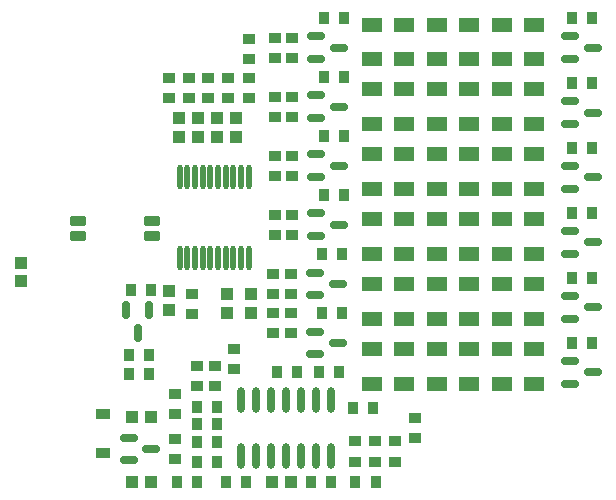
<source format=gtp>
G04*
G04 #@! TF.GenerationSoftware,Altium Limited,Altium Designer,20.0.13 (296)*
G04*
G04 Layer_Color=8421504*
%FSLAX43Y43*%
%MOMM*%
G71*
G01*
G75*
%ADD15O,0.450X2.100*%
%ADD16O,0.600X2.200*%
%ADD17R,0.900X1.000*%
G04:AMPARAMS|DCode=18|XSize=0.6mm|YSize=1.5mm|CornerRadius=0.15mm|HoleSize=0mm|Usage=FLASHONLY|Rotation=90.000|XOffset=0mm|YOffset=0mm|HoleType=Round|Shape=RoundedRectangle|*
%AMROUNDEDRECTD18*
21,1,0.600,1.200,0,0,90.0*
21,1,0.300,1.500,0,0,90.0*
1,1,0.300,0.600,0.150*
1,1,0.300,0.600,-0.150*
1,1,0.300,-0.600,-0.150*
1,1,0.300,-0.600,0.150*
%
%ADD18ROUNDEDRECTD18*%
G04:AMPARAMS|DCode=19|XSize=0.6mm|YSize=1.5mm|CornerRadius=0.15mm|HoleSize=0mm|Usage=FLASHONLY|Rotation=0.000|XOffset=0mm|YOffset=0mm|HoleType=Round|Shape=RoundedRectangle|*
%AMROUNDEDRECTD19*
21,1,0.600,1.200,0,0,0.0*
21,1,0.300,1.500,0,0,0.0*
1,1,0.300,0.150,-0.600*
1,1,0.300,-0.150,-0.600*
1,1,0.300,-0.150,0.600*
1,1,0.300,0.150,0.600*
%
%ADD19ROUNDEDRECTD19*%
%ADD20R,1.000X0.900*%
%ADD21R,1.000X1.000*%
%ADD22R,1.800X1.300*%
G04:AMPARAMS|DCode=23|XSize=0.9mm|YSize=1.3mm|CornerRadius=0.18mm|HoleSize=0mm|Usage=FLASHONLY|Rotation=90.000|XOffset=0mm|YOffset=0mm|HoleType=Round|Shape=RoundedRectangle|*
%AMROUNDEDRECTD23*
21,1,0.900,0.940,0,0,90.0*
21,1,0.540,1.300,0,0,90.0*
1,1,0.360,0.470,0.270*
1,1,0.360,0.470,-0.270*
1,1,0.360,-0.470,-0.270*
1,1,0.360,-0.470,0.270*
%
%ADD23ROUNDEDRECTD23*%
G04:AMPARAMS|DCode=24|XSize=1.219mm|YSize=0.914mm|CornerRadius=0.183mm|HoleSize=0mm|Usage=FLASHONLY|Rotation=0.000|XOffset=0mm|YOffset=0mm|HoleType=Round|Shape=RoundedRectangle|*
%AMROUNDEDRECTD24*
21,1,1.219,0.549,0,0,0.0*
21,1,0.853,0.914,0,0,0.0*
1,1,0.366,0.427,-0.274*
1,1,0.366,-0.427,-0.274*
1,1,0.366,-0.427,0.274*
1,1,0.366,0.427,0.274*
%
%ADD24ROUNDEDRECTD24*%
%ADD25R,1.000X1.000*%
D15*
X114775Y120550D02*
D03*
X115425D02*
D03*
X116075D02*
D03*
X116725D02*
D03*
X117375D02*
D03*
X118025D02*
D03*
X118675D02*
D03*
X119325D02*
D03*
X119975D02*
D03*
X120625D02*
D03*
X114775Y127450D02*
D03*
X115425D02*
D03*
X116075D02*
D03*
X116725D02*
D03*
X117375D02*
D03*
X118025D02*
D03*
X118675D02*
D03*
X119325D02*
D03*
X119975D02*
D03*
X120625D02*
D03*
D16*
X119990Y103800D02*
D03*
X121260D02*
D03*
X122530D02*
D03*
X123800D02*
D03*
X125070D02*
D03*
X126340D02*
D03*
X127610D02*
D03*
X119990Y108600D02*
D03*
X121260D02*
D03*
X122530D02*
D03*
X123800D02*
D03*
X125070D02*
D03*
X126340D02*
D03*
X127610D02*
D03*
D17*
X110450Y112400D02*
D03*
X112150D02*
D03*
X125850Y101600D02*
D03*
X127550D02*
D03*
X147950Y113400D02*
D03*
X149650D02*
D03*
X128550Y115900D02*
D03*
X126850D02*
D03*
X131350Y101600D02*
D03*
X129650D02*
D03*
X110450Y110800D02*
D03*
X112150D02*
D03*
X116250Y106500D02*
D03*
X117950D02*
D03*
X147950Y118900D02*
D03*
X149650D02*
D03*
X129450Y107900D02*
D03*
X131150D02*
D03*
X128550Y120900D02*
D03*
X126850D02*
D03*
X110650Y117900D02*
D03*
X112350D02*
D03*
X123000Y110900D02*
D03*
X124700D02*
D03*
X126550D02*
D03*
X128250D02*
D03*
X147950Y124400D02*
D03*
X149650D02*
D03*
X128650Y125900D02*
D03*
X126950D02*
D03*
X118650Y101600D02*
D03*
X120350D02*
D03*
X114550D02*
D03*
X116250D02*
D03*
Y105000D02*
D03*
X117950D02*
D03*
X117950Y103300D02*
D03*
X116250D02*
D03*
X147950Y129900D02*
D03*
X149650D02*
D03*
X128650Y130900D02*
D03*
X126950D02*
D03*
X116250Y108000D02*
D03*
X117950D02*
D03*
X147950Y135400D02*
D03*
X149650D02*
D03*
X128650Y135900D02*
D03*
X126950D02*
D03*
X147950Y140900D02*
D03*
X149650D02*
D03*
X128650D02*
D03*
X126950D02*
D03*
D18*
X128250Y138400D02*
D03*
X126350Y137450D02*
D03*
Y139350D02*
D03*
X128250Y133400D02*
D03*
X126350Y132450D02*
D03*
Y134350D02*
D03*
X128250Y128400D02*
D03*
X126350Y127450D02*
D03*
Y129350D02*
D03*
X128250Y123400D02*
D03*
X126350Y122450D02*
D03*
Y124350D02*
D03*
X128150Y118400D02*
D03*
X126250Y117450D02*
D03*
Y119350D02*
D03*
X128150Y113400D02*
D03*
X126250Y112450D02*
D03*
Y114350D02*
D03*
X149750Y110900D02*
D03*
X147850Y109950D02*
D03*
Y111850D02*
D03*
X149750Y116400D02*
D03*
X147850Y115450D02*
D03*
Y117350D02*
D03*
X149750Y121900D02*
D03*
X147850Y120950D02*
D03*
Y122850D02*
D03*
X112350Y104400D02*
D03*
X110450Y103450D02*
D03*
Y105350D02*
D03*
X149750Y127400D02*
D03*
X147850Y126450D02*
D03*
Y128350D02*
D03*
X149750Y132900D02*
D03*
X147850Y131950D02*
D03*
Y133850D02*
D03*
X149750Y138400D02*
D03*
X147850Y137450D02*
D03*
Y139350D02*
D03*
D19*
X111200Y114250D02*
D03*
X110250Y116150D02*
D03*
X112150D02*
D03*
D20*
X131300Y103350D02*
D03*
Y105050D02*
D03*
X122700Y114250D02*
D03*
Y115950D02*
D03*
X129600Y103350D02*
D03*
Y105050D02*
D03*
X124200Y115950D02*
D03*
Y114250D02*
D03*
X133000Y103350D02*
D03*
Y105050D02*
D03*
X122700Y119250D02*
D03*
Y117550D02*
D03*
X124200Y117550D02*
D03*
Y119250D02*
D03*
X114400Y103550D02*
D03*
Y105250D02*
D03*
X122800Y124250D02*
D03*
Y122550D02*
D03*
X115800Y115850D02*
D03*
Y117550D02*
D03*
X124300Y122550D02*
D03*
Y124250D02*
D03*
X122800Y129250D02*
D03*
Y127550D02*
D03*
X114400Y107350D02*
D03*
Y109050D02*
D03*
X116200Y109750D02*
D03*
Y111450D02*
D03*
X124300Y127550D02*
D03*
Y129250D02*
D03*
X113900Y135850D02*
D03*
Y134150D02*
D03*
X119400Y112850D02*
D03*
Y111150D02*
D03*
X117800Y111450D02*
D03*
Y109750D02*
D03*
X122800Y134250D02*
D03*
Y132550D02*
D03*
X124300Y132550D02*
D03*
Y134250D02*
D03*
X115600Y134150D02*
D03*
Y135850D02*
D03*
X117200Y135850D02*
D03*
Y134150D02*
D03*
X120600Y137450D02*
D03*
Y139150D02*
D03*
X122800Y139250D02*
D03*
Y137550D02*
D03*
X118900Y134150D02*
D03*
Y135850D02*
D03*
X120600Y134150D02*
D03*
Y135850D02*
D03*
X124300Y137550D02*
D03*
Y139250D02*
D03*
X134700Y105350D02*
D03*
Y107050D02*
D03*
D21*
X114700Y132400D02*
D03*
Y130800D02*
D03*
X116300Y132400D02*
D03*
Y130800D02*
D03*
X118800Y115900D02*
D03*
Y117500D02*
D03*
X101300Y120200D02*
D03*
Y118600D02*
D03*
X120800Y115900D02*
D03*
Y117500D02*
D03*
X113900Y116200D02*
D03*
Y117800D02*
D03*
X117900Y132400D02*
D03*
Y130800D02*
D03*
X119500Y132400D02*
D03*
Y130800D02*
D03*
D22*
X139300Y109950D02*
D03*
Y112850D02*
D03*
X142050Y109950D02*
D03*
Y112850D02*
D03*
X144800Y109950D02*
D03*
Y112850D02*
D03*
X131050Y109950D02*
D03*
Y112850D02*
D03*
X133800Y109950D02*
D03*
Y112850D02*
D03*
X136550Y109950D02*
D03*
Y112850D02*
D03*
X144800Y115450D02*
D03*
Y118350D02*
D03*
X142050Y115450D02*
D03*
Y118350D02*
D03*
X139300Y115450D02*
D03*
Y118350D02*
D03*
X136550Y115450D02*
D03*
Y118350D02*
D03*
X133800Y115450D02*
D03*
Y118350D02*
D03*
X131050Y115450D02*
D03*
Y118350D02*
D03*
X144800Y120950D02*
D03*
Y123850D02*
D03*
X142050Y120950D02*
D03*
Y123850D02*
D03*
X139300Y120950D02*
D03*
Y123850D02*
D03*
X136550Y120950D02*
D03*
Y123850D02*
D03*
X133800Y120950D02*
D03*
Y123850D02*
D03*
X131050Y120950D02*
D03*
Y123850D02*
D03*
X144800Y126450D02*
D03*
Y129350D02*
D03*
X142050Y126450D02*
D03*
Y129350D02*
D03*
X139300Y126450D02*
D03*
Y129350D02*
D03*
X136550Y126450D02*
D03*
Y129350D02*
D03*
X133800Y126450D02*
D03*
Y129350D02*
D03*
X131050Y126450D02*
D03*
Y129350D02*
D03*
X144800Y131950D02*
D03*
Y134850D02*
D03*
X142050Y131950D02*
D03*
Y134850D02*
D03*
X139300Y131950D02*
D03*
Y134850D02*
D03*
X136550Y131950D02*
D03*
Y134850D02*
D03*
X133800Y131950D02*
D03*
Y134850D02*
D03*
X131050Y131950D02*
D03*
Y134850D02*
D03*
X144800Y137450D02*
D03*
Y140350D02*
D03*
X142050Y137450D02*
D03*
Y140350D02*
D03*
X139300Y137450D02*
D03*
Y140350D02*
D03*
X136550Y137450D02*
D03*
Y140350D02*
D03*
X133800Y137450D02*
D03*
Y140350D02*
D03*
X131050Y137450D02*
D03*
Y140350D02*
D03*
D23*
X106150Y122465D02*
D03*
Y123735D02*
D03*
X112450D02*
D03*
Y122465D02*
D03*
D24*
X108300Y104062D02*
D03*
Y107338D02*
D03*
D25*
X110700Y101600D02*
D03*
X112300D02*
D03*
X110700Y107100D02*
D03*
X112300D02*
D03*
X122600Y101600D02*
D03*
X124200D02*
D03*
M02*

</source>
